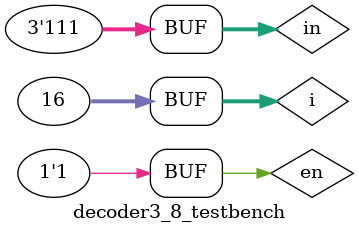
<source format=sv>
module decoder3_8(out, in, en);
	output [7:0] out;
	input [2:0] in;
	input en;
	wire [2:0] notin;
	
	not n0(notin[2], in[2]);
	not n1(notin[1], in[1]);
	not n2(notin[0], in[0]);
	
	and a0(out[7], en, in[2], in[1], in[0]);
	and a1(out[6], en, in[2], in[1], notin[0]);
	and a2(out[5], en, in[2], notin[1], in[0]);
	and a3(out[4], en, in[2], notin[1], notin[0]);
	and a4(out[3], en, notin[2], in[1], in[0]);
	and a5(out[2], en, notin[2], in[1], notin[0]);
	and a6(out[1], en, notin[2], notin[1], in[0]);
	and a7(out[0], en, notin[2], notin[1], notin[0]);

endmodule 	

module decoder3_8_testbench();
 reg [2:0] in;
 reg en;
 wire[7:0] out;

 decoder3_8 dut (.out(out), .in(in), .en(en));

 integer i;
 
 initial begin
	for(i=0; i<16; i++) begin
		{en, in[2], in[1], in[0]} = i; #10;
	end 
 end
endmodule  		
</source>
